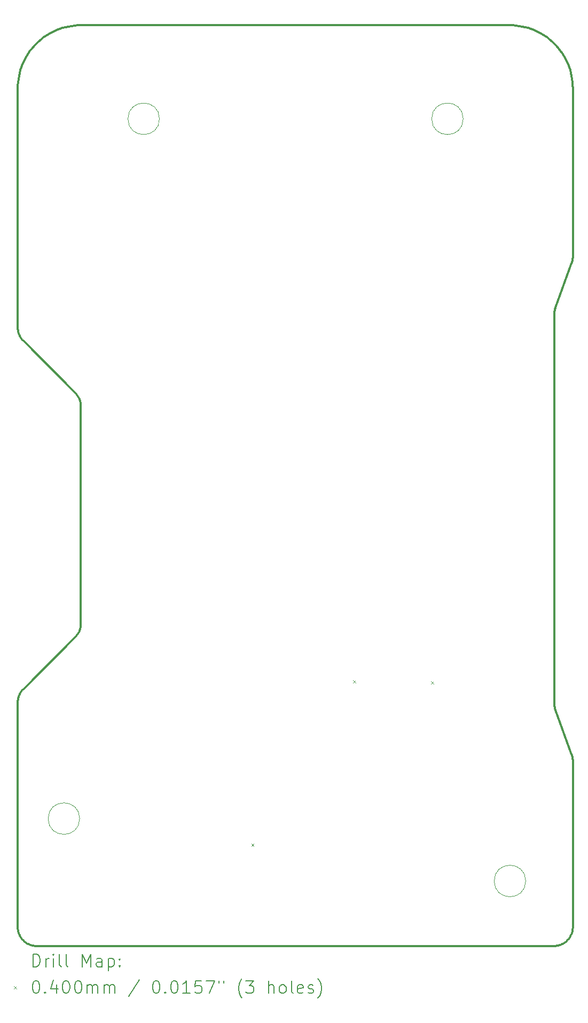
<source format=gbr>
%TF.GenerationSoftware,KiCad,Pcbnew,7.0.7*%
%TF.CreationDate,2023-09-26T10:41:10-05:00*%
%TF.ProjectId,DingoPCB,44696e67-6f50-4434-922e-6b696361645f,rev?*%
%TF.SameCoordinates,Original*%
%TF.FileFunction,Drillmap*%
%TF.FilePolarity,Positive*%
%FSLAX45Y45*%
G04 Gerber Fmt 4.5, Leading zero omitted, Abs format (unit mm)*
G04 Created by KiCad (PCBNEW 7.0.7) date 2023-09-26 10:41:10*
%MOMM*%
%LPD*%
G01*
G04 APERTURE LIST*
%ADD10C,0.349999*%
%ADD11C,0.100000*%
%ADD12C,0.200000*%
%ADD13C,0.040000*%
G04 APERTURE END LIST*
D10*
X2782342Y-7097769D02*
X2779112Y-7083444D01*
X10586931Y-2066901D02*
X10588160Y-2116488D01*
X10500291Y-15628621D02*
X10510550Y-15617841D01*
X1905967Y-1645597D02*
X1884042Y-1689205D01*
X10305364Y-5619599D02*
X10303740Y-5625935D01*
X2450987Y-1175045D02*
X2405477Y-1192609D01*
X2081054Y-1409381D02*
X2046859Y-1445314D01*
X10529292Y-15594970D02*
X10537756Y-15582929D01*
X9970842Y-1192608D02*
X10015442Y-1212370D01*
X10587016Y-4812550D02*
X10587516Y-4806025D01*
X10295266Y-1409381D02*
X10329460Y-1445314D01*
X1788529Y-15431364D02*
X1789628Y-15446139D01*
X10577944Y-4864001D02*
X10579568Y-4857664D01*
X10142959Y-1284500D02*
X10183098Y-1312712D01*
X2233360Y-1284500D02*
X2193221Y-1312712D01*
X1847027Y-11678086D02*
X1838564Y-11690128D01*
X10361695Y-1482730D02*
X10391935Y-1521549D01*
X2765324Y-7041764D02*
X2759395Y-7028384D01*
X2088160Y-15716488D02*
X10288160Y-15716488D01*
X1846717Y-1779314D02*
X1831385Y-1825653D01*
X10579112Y-15489613D02*
X10582342Y-15475288D01*
X1984384Y-1521549D02*
X1956172Y-1561687D01*
X10574282Y-12695460D02*
X10572244Y-12689232D01*
X10288160Y-15716488D02*
X10303036Y-15716120D01*
X10311064Y-5600802D02*
X10309026Y-5607030D01*
X2640491Y-1127447D02*
X2592159Y-1135880D01*
X1789628Y-11826917D02*
X1788529Y-11841692D01*
X1793054Y-2017650D02*
X1789389Y-2066901D01*
X10429426Y-15681146D02*
X10442186Y-15673930D01*
X1801128Y-11769318D02*
X1797208Y-11783443D01*
X10329460Y-1445314D02*
X10361695Y-1482730D01*
X10489511Y-15638879D02*
X10500291Y-15628621D01*
X10295147Y-11874808D02*
X10295218Y-11881367D01*
X1816925Y-11728383D02*
X1810996Y-11741763D01*
X1793978Y-15475288D02*
X1797208Y-15489613D01*
X1973355Y-15693652D02*
X1987008Y-15698921D01*
X1856099Y-15606616D02*
X1865770Y-15617841D01*
X2759396Y-10736224D02*
X2765324Y-10722844D01*
X10389311Y-15698921D02*
X10402964Y-15693652D01*
X2015035Y-15707441D02*
X2029360Y-15710671D01*
X10101582Y-1258349D02*
X10142959Y-1284500D01*
X1810996Y-15531293D02*
X1816924Y-15544673D01*
X10583602Y-12733556D02*
X10582397Y-12727131D01*
X2154403Y-1342953D02*
X2116986Y-1375187D01*
X10558001Y-1872738D02*
X10568767Y-1920487D01*
X1886808Y-15638879D02*
X1898033Y-15648549D01*
X2779113Y-10681164D02*
X2782343Y-10666839D01*
X1830719Y-11702541D02*
X1823502Y-11715301D01*
X10577944Y-12708029D02*
X10576182Y-12701726D01*
X10588160Y-12785650D02*
X10588088Y-12779092D01*
X10303036Y-15716120D02*
X10317811Y-15715020D01*
D11*
X4034600Y-2600000D02*
G75*
G03*
X4034600Y-2600000I-250000J0D01*
G01*
D10*
X10298640Y-11920457D02*
X10299705Y-11926906D01*
X1856100Y-11666441D02*
X1847027Y-11678086D01*
X1797208Y-15489613D02*
X1801128Y-15503739D01*
X2000909Y-15703521D02*
X2015035Y-15707441D01*
X10510550Y-15617841D02*
X10520220Y-15606616D01*
X10582397Y-4844898D02*
X10583602Y-4838473D01*
X1788160Y-5908040D02*
X1788529Y-5922916D01*
X10572244Y-12689232D02*
X10570069Y-12683046D01*
X2745602Y-10762066D02*
X2752818Y-10749306D01*
X1898033Y-15648549D02*
X1909678Y-15657621D01*
X1987008Y-15698921D02*
X2000909Y-15703521D01*
X10587791Y-15431364D02*
X10588160Y-15416488D01*
X1788529Y-11841692D02*
X1788160Y-11856568D01*
X10579568Y-4857664D02*
X10581052Y-4851296D01*
X10565323Y-15531293D02*
X10570593Y-15517640D01*
X10584667Y-12740005D02*
X10583602Y-12733556D01*
X10585591Y-12746477D02*
X10584667Y-12740005D01*
X1810996Y-6022844D02*
X1816925Y-6036223D01*
X10587873Y-12772543D02*
X10587516Y-12766004D01*
X1864281Y-1733804D02*
X1846717Y-1779314D01*
X10307126Y-11958738D02*
X10309026Y-11965004D01*
X1847027Y-15594970D02*
X1856099Y-15606616D01*
X10581052Y-4851296D02*
X10582397Y-4844898D01*
X2737756Y-6990129D02*
X2729292Y-6978087D01*
X1865770Y-6109391D02*
X1876028Y-6120171D01*
X1818319Y-1872737D02*
X1807553Y-1920487D01*
X10299706Y-5645125D02*
X10298642Y-5651574D01*
X2788160Y-7156568D02*
X2787791Y-7141692D01*
X10297717Y-5658046D02*
X10296934Y-5664538D01*
X10302255Y-11939729D02*
X10303740Y-11946098D01*
X2775193Y-10695289D02*
X2779113Y-10681164D01*
X1797208Y-11783443D02*
X1793978Y-11797768D01*
X1930021Y-1603064D02*
X1905967Y-1645597D01*
X10303740Y-11946098D02*
X10305363Y-11952435D01*
X1789389Y-2066901D02*
X1788160Y-2116488D01*
D11*
X8850000Y-2600000D02*
G75*
G03*
X8850000Y-2600000I-250000J0D01*
G01*
D10*
X10537756Y-15582929D02*
X10545601Y-15570515D01*
X10309026Y-5607030D02*
X10307126Y-5613296D01*
X9735829Y-1127447D02*
X9784161Y-1135880D01*
X10582397Y-12727131D02*
X10581052Y-12720734D01*
X1816924Y-15544673D02*
X1823502Y-15557755D01*
X1831385Y-1825653D02*
X1818319Y-1872737D01*
X2116986Y-1375187D02*
X2081054Y-1409381D01*
X10544934Y-1825653D02*
X10558001Y-1872738D01*
X2720220Y-6966442D02*
X2710550Y-6955217D01*
X1801128Y-15503739D02*
X1805727Y-15517640D01*
X10568767Y-1920487D02*
X10577201Y-1968818D01*
X10059049Y-1234294D02*
X10101582Y-1258349D01*
X1876028Y-15628621D02*
X1886808Y-15638879D01*
X10296293Y-5671047D02*
X10295793Y-5677572D01*
X2689323Y-1121381D02*
X2640491Y-1127447D01*
X10576182Y-12701726D02*
X10574282Y-12695460D01*
X10296290Y-11900982D02*
X10296932Y-11907492D01*
X2779112Y-7083444D02*
X2775192Y-7069319D01*
X10586374Y-12752969D02*
X10585591Y-12746477D01*
X9637747Y-1117717D02*
X9686997Y-1121381D01*
X2043859Y-15713201D02*
X2058509Y-15715020D01*
X2737757Y-10774480D02*
X2745602Y-10762066D01*
X1797208Y-5981164D02*
X1801128Y-5995289D01*
X10570067Y-4888985D02*
X10572243Y-4882798D01*
X2784873Y-10652339D02*
X2786692Y-10637690D01*
X1838564Y-11690128D02*
X1830719Y-11702541D01*
X2729293Y-10786521D02*
X2737757Y-10774480D01*
X2073284Y-15716120D02*
X2088160Y-15716488D01*
X1805727Y-15517640D02*
X1810996Y-15531293D01*
X10298642Y-5651574D02*
X10297717Y-5658046D01*
X10577201Y-1968818D02*
X10583266Y-2017650D01*
X1959975Y-15687724D02*
X1973355Y-15693652D01*
X10402964Y-15693652D02*
X10416344Y-15687724D01*
X1856100Y-6098166D02*
X1865770Y-6109391D01*
X2014625Y-1482730D02*
X1984384Y-1521549D01*
X1791448Y-5952340D02*
X1793978Y-5966839D01*
X1847027Y-6086520D02*
X1856100Y-6098166D01*
X2752818Y-7015302D02*
X2745601Y-7002542D01*
X9588160Y-1116488D02*
X9637747Y-1117717D01*
X9784161Y-1135880D02*
X9831910Y-1146647D01*
X2759395Y-7028384D02*
X2752818Y-7015302D01*
X10575192Y-15503739D02*
X10579112Y-15489613D01*
X1788160Y-11856568D02*
X1788160Y-15416488D01*
X2752818Y-10749306D02*
X2759396Y-10736224D01*
X10303740Y-5625935D02*
X10302256Y-5632303D01*
X10586692Y-15446139D02*
X10587791Y-15431364D01*
X1830718Y-15570515D02*
X1838564Y-15582929D01*
X10297715Y-11913985D02*
X10298640Y-11920457D01*
X10311065Y-11971232D02*
X10313241Y-11977420D01*
X10584667Y-4832024D02*
X10585591Y-4825552D01*
X1876028Y-11644436D02*
X1865770Y-11655216D01*
X1793978Y-11797768D02*
X1791448Y-11812267D01*
X2193221Y-1312712D02*
X2154403Y-1342953D01*
X2058509Y-15715020D02*
X2073284Y-15716120D01*
X2497325Y-1159713D02*
X2450987Y-1175045D01*
X2405477Y-1192609D02*
X2360877Y-1212370D01*
X1934133Y-15673930D02*
X1946893Y-15681146D01*
X10587516Y-4806025D02*
X10587873Y-4799486D01*
X10295150Y-5697218D02*
X10295147Y-11874809D01*
X1823502Y-11715301D02*
X1816925Y-11728383D01*
X1876028Y-6120171D02*
X2700292Y-6944436D01*
X1788529Y-5922916D02*
X1789628Y-5937691D01*
X10559395Y-15544673D02*
X10565323Y-15531293D01*
X10588088Y-4792936D02*
X10588160Y-4786378D01*
X10221917Y-1342952D02*
X10259333Y-1375187D01*
X2770593Y-7055417D02*
X2765324Y-7041764D01*
X9831910Y-1146647D02*
X9878994Y-1159713D01*
X10520220Y-15606616D02*
X10529292Y-15594970D01*
X2788160Y-1116488D02*
X2738573Y-1117717D01*
X1789628Y-15446139D02*
X1791448Y-15460789D01*
X2775192Y-7069319D02*
X2770593Y-7055417D01*
X10572243Y-4882798D02*
X10574281Y-4876570D01*
X10295793Y-5677572D02*
X10295436Y-5684111D01*
X10295436Y-5684111D02*
X10295221Y-5690660D01*
X10295433Y-11887917D02*
X10295791Y-11894456D01*
X2765324Y-10722844D02*
X2770593Y-10709191D01*
X2787792Y-10622914D02*
X2788160Y-10608038D01*
X10512039Y-1733805D02*
X10529602Y-1779315D01*
X10584872Y-15460789D02*
X10586692Y-15446139D01*
D11*
X9841040Y-14686280D02*
G75*
G03*
X9841040Y-14686280I-250000J0D01*
G01*
D10*
X10552818Y-15557755D02*
X10559395Y-15544673D01*
X10259333Y-1375187D02*
X10295266Y-1409381D01*
X10313239Y-5594615D02*
X10311064Y-5600802D01*
X1876028Y-11644436D02*
X2700292Y-10820172D01*
X10446298Y-1603064D02*
X10470353Y-1645598D01*
X1865770Y-11655216D02*
X1856100Y-11666441D01*
X9686997Y-1121381D02*
X9735829Y-1127447D01*
X2788160Y-10608040D02*
X2788160Y-7156568D01*
X10587516Y-12766004D02*
X10587016Y-12759479D01*
X1865770Y-15617841D02*
X1876028Y-15628621D01*
X10300910Y-11933331D02*
X10302255Y-11939729D01*
X2770593Y-10709191D02*
X2775193Y-10695289D01*
X10529602Y-1779315D02*
X10544934Y-1825653D01*
X1810996Y-11741763D02*
X1805727Y-11755416D01*
X10420147Y-1561688D02*
X10446298Y-1603064D01*
X1838564Y-15582929D02*
X1847027Y-15594970D01*
X1788160Y-15416488D02*
X1788529Y-15431364D01*
X2784872Y-7112268D02*
X2782342Y-7097769D01*
X10296932Y-11907492D02*
X10297715Y-11913985D01*
X10583602Y-4838473D02*
X10584667Y-4832024D01*
X2782343Y-10666839D02*
X2784873Y-10652339D01*
X10416344Y-15687724D02*
X10429426Y-15681146D01*
X1791448Y-15460789D02*
X1793978Y-15475288D01*
X1823502Y-15557755D02*
X1830718Y-15570515D01*
X2786692Y-7126917D02*
X2784872Y-7112268D01*
X2592159Y-1135880D02*
X2544410Y-1146647D01*
X2710550Y-10809392D02*
X2720221Y-10798167D01*
X10478286Y-15648549D02*
X10489511Y-15638879D01*
X2029360Y-15710671D02*
X2043859Y-15713201D01*
X1805727Y-6009191D02*
X1810996Y-6022844D01*
X10583266Y-2017650D02*
X10586931Y-2066901D01*
X1801128Y-5995289D02*
X1805727Y-6009191D01*
X1816925Y-6036223D02*
X1823502Y-6049306D01*
X1884042Y-1689205D02*
X1864281Y-1733804D01*
X1909678Y-15657621D02*
X1921720Y-15666085D01*
X1823502Y-6049306D02*
X1830718Y-6062066D01*
X10346960Y-15710671D02*
X10361284Y-15707441D01*
X1956172Y-1561687D02*
X1930021Y-1603064D01*
X10307126Y-5613296D02*
X10305364Y-5619599D01*
X2745601Y-7002542D02*
X2737756Y-6990129D01*
X10302256Y-5632303D02*
X10300911Y-5638701D01*
X2317270Y-1234295D02*
X2274737Y-1258349D01*
X2700292Y-10820172D02*
X2710550Y-10809392D01*
X10313239Y-5594615D02*
X10570067Y-4888985D01*
X10588160Y-15416488D02*
X10588160Y-12785650D01*
X10587873Y-4799486D02*
X10588088Y-4792936D01*
X10305363Y-11952435D02*
X10307126Y-11958738D01*
X10582342Y-15475288D02*
X10584872Y-15460789D01*
X2710550Y-6955217D02*
X2700291Y-6944437D01*
X1799119Y-1968818D02*
X1793054Y-2017650D01*
X10375410Y-15703521D02*
X10389311Y-15698921D01*
X1921720Y-15666085D02*
X1934133Y-15673930D01*
X2720221Y-10798167D02*
X2729293Y-10786521D01*
X10295218Y-11881367D02*
X10295433Y-11887917D01*
X10574281Y-4876570D02*
X10576182Y-4870304D01*
X2274737Y-1258349D02*
X2233360Y-1284500D01*
X1838564Y-6074479D02*
X1847027Y-6086520D01*
X10466641Y-15657621D02*
X10478286Y-15648549D01*
X10470353Y-1645598D02*
X10492278Y-1689205D01*
X2786692Y-10637690D02*
X2787792Y-10622914D01*
X10015442Y-1212370D02*
X10059049Y-1234294D01*
X10570593Y-15517640D02*
X10575192Y-15503739D01*
X10585591Y-4825552D02*
X10586374Y-4819060D01*
X10295791Y-11894456D02*
X10296290Y-11900982D01*
X10299705Y-11926906D02*
X10300910Y-11933331D01*
X2787791Y-7141692D02*
X2786692Y-7126917D01*
X1789628Y-5937691D02*
X1791448Y-5952340D01*
X2544410Y-1146647D02*
X2497325Y-1159713D01*
X2360877Y-1212370D02*
X2317270Y-1234295D01*
X10576182Y-4870304D02*
X10577944Y-4864001D01*
D11*
X2769680Y-13696760D02*
G75*
G03*
X2769680Y-13696760I-250000J0D01*
G01*
D10*
X10588088Y-12779092D02*
X10587873Y-12772543D01*
X10317811Y-15715020D02*
X10332460Y-15713201D01*
X1788160Y-2116488D02*
X1788160Y-5908040D01*
X1807553Y-1920487D02*
X1799119Y-1968818D01*
X1946893Y-15681146D02*
X1959975Y-15687724D01*
X1793978Y-5966839D02*
X1797208Y-5981164D01*
X9925333Y-1175045D02*
X9970842Y-1192608D01*
X2738573Y-1117717D02*
X2689323Y-1121381D01*
X10442186Y-15673930D02*
X10454599Y-15666085D01*
X10309026Y-11965004D02*
X10311065Y-11971232D01*
X9878994Y-1159713D02*
X9925333Y-1175045D01*
X10588160Y-2116488D02*
X10588160Y-4786379D01*
X10492278Y-1689205D02*
X10512039Y-1733805D01*
X2729292Y-6978087D02*
X2720220Y-6966442D01*
X10361284Y-15707441D02*
X10375410Y-15703521D01*
X1791448Y-11812267D02*
X1789628Y-11826917D01*
X1805727Y-11755416D02*
X1801128Y-11769318D01*
X1830718Y-6062066D02*
X1838564Y-6074479D01*
X10586374Y-4819060D02*
X10587016Y-4812550D01*
X10581052Y-12720734D02*
X10579568Y-12714366D01*
X10391935Y-1521549D02*
X10420147Y-1561688D01*
X10313241Y-11977420D02*
X10570067Y-12683044D01*
X10587016Y-12759479D02*
X10586374Y-12752969D01*
X2046859Y-1445314D02*
X2014625Y-1482730D01*
X10332460Y-15713201D02*
X10346960Y-15710671D01*
X10545601Y-15570515D02*
X10552818Y-15557755D01*
X10454599Y-15666085D02*
X10466641Y-15657621D01*
X10183098Y-1312712D02*
X10221917Y-1342952D01*
X2788160Y-1116488D02*
X9588160Y-1116488D01*
X10579568Y-12714366D02*
X10577944Y-12708029D01*
X10296934Y-5664538D02*
X10296293Y-5671047D01*
X10300911Y-5638701D02*
X10299706Y-5645125D01*
X10295221Y-5690660D02*
X10295150Y-5697218D01*
D12*
D13*
X5491800Y-14097320D02*
X5531800Y-14137320D01*
X5531800Y-14097320D02*
X5491800Y-14137320D01*
X7102160Y-11506520D02*
X7142160Y-11546520D01*
X7142160Y-11506520D02*
X7102160Y-11546520D01*
X8341680Y-11517950D02*
X8381680Y-11557950D01*
X8381680Y-11517950D02*
X8341680Y-11557950D01*
D12*
X2031437Y-16045472D02*
X2031437Y-15845472D01*
X2031437Y-15845472D02*
X2079056Y-15845472D01*
X2079056Y-15845472D02*
X2107627Y-15854996D01*
X2107627Y-15854996D02*
X2126675Y-15874043D01*
X2126675Y-15874043D02*
X2136199Y-15893091D01*
X2136199Y-15893091D02*
X2145723Y-15931186D01*
X2145723Y-15931186D02*
X2145723Y-15959758D01*
X2145723Y-15959758D02*
X2136199Y-15997853D01*
X2136199Y-15997853D02*
X2126675Y-16016901D01*
X2126675Y-16016901D02*
X2107627Y-16035948D01*
X2107627Y-16035948D02*
X2079056Y-16045472D01*
X2079056Y-16045472D02*
X2031437Y-16045472D01*
X2231437Y-16045472D02*
X2231437Y-15912139D01*
X2231437Y-15950234D02*
X2240961Y-15931186D01*
X2240961Y-15931186D02*
X2250485Y-15921662D01*
X2250485Y-15921662D02*
X2269532Y-15912139D01*
X2269532Y-15912139D02*
X2288580Y-15912139D01*
X2355246Y-16045472D02*
X2355246Y-15912139D01*
X2355246Y-15845472D02*
X2345723Y-15854996D01*
X2345723Y-15854996D02*
X2355246Y-15864520D01*
X2355246Y-15864520D02*
X2364770Y-15854996D01*
X2364770Y-15854996D02*
X2355246Y-15845472D01*
X2355246Y-15845472D02*
X2355246Y-15864520D01*
X2479056Y-16045472D02*
X2460008Y-16035948D01*
X2460008Y-16035948D02*
X2450485Y-16016901D01*
X2450485Y-16016901D02*
X2450485Y-15845472D01*
X2583818Y-16045472D02*
X2564770Y-16035948D01*
X2564770Y-16035948D02*
X2555246Y-16016901D01*
X2555246Y-16016901D02*
X2555246Y-15845472D01*
X2812389Y-16045472D02*
X2812389Y-15845472D01*
X2812389Y-15845472D02*
X2879056Y-15988329D01*
X2879056Y-15988329D02*
X2945723Y-15845472D01*
X2945723Y-15845472D02*
X2945723Y-16045472D01*
X3126675Y-16045472D02*
X3126675Y-15940710D01*
X3126675Y-15940710D02*
X3117151Y-15921662D01*
X3117151Y-15921662D02*
X3098104Y-15912139D01*
X3098104Y-15912139D02*
X3060008Y-15912139D01*
X3060008Y-15912139D02*
X3040961Y-15921662D01*
X3126675Y-16035948D02*
X3107627Y-16045472D01*
X3107627Y-16045472D02*
X3060008Y-16045472D01*
X3060008Y-16045472D02*
X3040961Y-16035948D01*
X3040961Y-16035948D02*
X3031437Y-16016901D01*
X3031437Y-16016901D02*
X3031437Y-15997853D01*
X3031437Y-15997853D02*
X3040961Y-15978805D01*
X3040961Y-15978805D02*
X3060008Y-15969282D01*
X3060008Y-15969282D02*
X3107627Y-15969282D01*
X3107627Y-15969282D02*
X3126675Y-15959758D01*
X3221913Y-15912139D02*
X3221913Y-16112139D01*
X3221913Y-15921662D02*
X3240961Y-15912139D01*
X3240961Y-15912139D02*
X3279056Y-15912139D01*
X3279056Y-15912139D02*
X3298104Y-15921662D01*
X3298104Y-15921662D02*
X3307627Y-15931186D01*
X3307627Y-15931186D02*
X3317151Y-15950234D01*
X3317151Y-15950234D02*
X3317151Y-16007377D01*
X3317151Y-16007377D02*
X3307627Y-16026424D01*
X3307627Y-16026424D02*
X3298104Y-16035948D01*
X3298104Y-16035948D02*
X3279056Y-16045472D01*
X3279056Y-16045472D02*
X3240961Y-16045472D01*
X3240961Y-16045472D02*
X3221913Y-16035948D01*
X3402865Y-16026424D02*
X3412389Y-16035948D01*
X3412389Y-16035948D02*
X3402865Y-16045472D01*
X3402865Y-16045472D02*
X3393342Y-16035948D01*
X3393342Y-16035948D02*
X3402865Y-16026424D01*
X3402865Y-16026424D02*
X3402865Y-16045472D01*
X3402865Y-15921662D02*
X3412389Y-15931186D01*
X3412389Y-15931186D02*
X3402865Y-15940710D01*
X3402865Y-15940710D02*
X3393342Y-15931186D01*
X3393342Y-15931186D02*
X3402865Y-15921662D01*
X3402865Y-15921662D02*
X3402865Y-15940710D01*
D13*
X1730660Y-16353988D02*
X1770660Y-16393988D01*
X1770660Y-16353988D02*
X1730660Y-16393988D01*
D12*
X2069532Y-16265472D02*
X2088580Y-16265472D01*
X2088580Y-16265472D02*
X2107627Y-16274996D01*
X2107627Y-16274996D02*
X2117151Y-16284520D01*
X2117151Y-16284520D02*
X2126675Y-16303567D01*
X2126675Y-16303567D02*
X2136199Y-16341662D01*
X2136199Y-16341662D02*
X2136199Y-16389282D01*
X2136199Y-16389282D02*
X2126675Y-16427377D01*
X2126675Y-16427377D02*
X2117151Y-16446424D01*
X2117151Y-16446424D02*
X2107627Y-16455948D01*
X2107627Y-16455948D02*
X2088580Y-16465472D01*
X2088580Y-16465472D02*
X2069532Y-16465472D01*
X2069532Y-16465472D02*
X2050484Y-16455948D01*
X2050484Y-16455948D02*
X2040961Y-16446424D01*
X2040961Y-16446424D02*
X2031437Y-16427377D01*
X2031437Y-16427377D02*
X2021913Y-16389282D01*
X2021913Y-16389282D02*
X2021913Y-16341662D01*
X2021913Y-16341662D02*
X2031437Y-16303567D01*
X2031437Y-16303567D02*
X2040961Y-16284520D01*
X2040961Y-16284520D02*
X2050484Y-16274996D01*
X2050484Y-16274996D02*
X2069532Y-16265472D01*
X2221913Y-16446424D02*
X2231437Y-16455948D01*
X2231437Y-16455948D02*
X2221913Y-16465472D01*
X2221913Y-16465472D02*
X2212389Y-16455948D01*
X2212389Y-16455948D02*
X2221913Y-16446424D01*
X2221913Y-16446424D02*
X2221913Y-16465472D01*
X2402866Y-16332139D02*
X2402866Y-16465472D01*
X2355246Y-16255948D02*
X2307627Y-16398805D01*
X2307627Y-16398805D02*
X2431437Y-16398805D01*
X2545723Y-16265472D02*
X2564770Y-16265472D01*
X2564770Y-16265472D02*
X2583818Y-16274996D01*
X2583818Y-16274996D02*
X2593342Y-16284520D01*
X2593342Y-16284520D02*
X2602866Y-16303567D01*
X2602866Y-16303567D02*
X2612389Y-16341662D01*
X2612389Y-16341662D02*
X2612389Y-16389282D01*
X2612389Y-16389282D02*
X2602866Y-16427377D01*
X2602866Y-16427377D02*
X2593342Y-16446424D01*
X2593342Y-16446424D02*
X2583818Y-16455948D01*
X2583818Y-16455948D02*
X2564770Y-16465472D01*
X2564770Y-16465472D02*
X2545723Y-16465472D01*
X2545723Y-16465472D02*
X2526675Y-16455948D01*
X2526675Y-16455948D02*
X2517151Y-16446424D01*
X2517151Y-16446424D02*
X2507627Y-16427377D01*
X2507627Y-16427377D02*
X2498104Y-16389282D01*
X2498104Y-16389282D02*
X2498104Y-16341662D01*
X2498104Y-16341662D02*
X2507627Y-16303567D01*
X2507627Y-16303567D02*
X2517151Y-16284520D01*
X2517151Y-16284520D02*
X2526675Y-16274996D01*
X2526675Y-16274996D02*
X2545723Y-16265472D01*
X2736199Y-16265472D02*
X2755247Y-16265472D01*
X2755247Y-16265472D02*
X2774294Y-16274996D01*
X2774294Y-16274996D02*
X2783818Y-16284520D01*
X2783818Y-16284520D02*
X2793342Y-16303567D01*
X2793342Y-16303567D02*
X2802865Y-16341662D01*
X2802865Y-16341662D02*
X2802865Y-16389282D01*
X2802865Y-16389282D02*
X2793342Y-16427377D01*
X2793342Y-16427377D02*
X2783818Y-16446424D01*
X2783818Y-16446424D02*
X2774294Y-16455948D01*
X2774294Y-16455948D02*
X2755247Y-16465472D01*
X2755247Y-16465472D02*
X2736199Y-16465472D01*
X2736199Y-16465472D02*
X2717151Y-16455948D01*
X2717151Y-16455948D02*
X2707627Y-16446424D01*
X2707627Y-16446424D02*
X2698104Y-16427377D01*
X2698104Y-16427377D02*
X2688580Y-16389282D01*
X2688580Y-16389282D02*
X2688580Y-16341662D01*
X2688580Y-16341662D02*
X2698104Y-16303567D01*
X2698104Y-16303567D02*
X2707627Y-16284520D01*
X2707627Y-16284520D02*
X2717151Y-16274996D01*
X2717151Y-16274996D02*
X2736199Y-16265472D01*
X2888580Y-16465472D02*
X2888580Y-16332139D01*
X2888580Y-16351186D02*
X2898104Y-16341662D01*
X2898104Y-16341662D02*
X2917151Y-16332139D01*
X2917151Y-16332139D02*
X2945723Y-16332139D01*
X2945723Y-16332139D02*
X2964770Y-16341662D01*
X2964770Y-16341662D02*
X2974294Y-16360710D01*
X2974294Y-16360710D02*
X2974294Y-16465472D01*
X2974294Y-16360710D02*
X2983818Y-16341662D01*
X2983818Y-16341662D02*
X3002865Y-16332139D01*
X3002865Y-16332139D02*
X3031437Y-16332139D01*
X3031437Y-16332139D02*
X3050485Y-16341662D01*
X3050485Y-16341662D02*
X3060008Y-16360710D01*
X3060008Y-16360710D02*
X3060008Y-16465472D01*
X3155246Y-16465472D02*
X3155246Y-16332139D01*
X3155246Y-16351186D02*
X3164770Y-16341662D01*
X3164770Y-16341662D02*
X3183818Y-16332139D01*
X3183818Y-16332139D02*
X3212389Y-16332139D01*
X3212389Y-16332139D02*
X3231437Y-16341662D01*
X3231437Y-16341662D02*
X3240961Y-16360710D01*
X3240961Y-16360710D02*
X3240961Y-16465472D01*
X3240961Y-16360710D02*
X3250485Y-16341662D01*
X3250485Y-16341662D02*
X3269532Y-16332139D01*
X3269532Y-16332139D02*
X3298104Y-16332139D01*
X3298104Y-16332139D02*
X3317151Y-16341662D01*
X3317151Y-16341662D02*
X3326675Y-16360710D01*
X3326675Y-16360710D02*
X3326675Y-16465472D01*
X3717151Y-16255948D02*
X3545723Y-16513091D01*
X3974294Y-16265472D02*
X3993342Y-16265472D01*
X3993342Y-16265472D02*
X4012389Y-16274996D01*
X4012389Y-16274996D02*
X4021913Y-16284520D01*
X4021913Y-16284520D02*
X4031437Y-16303567D01*
X4031437Y-16303567D02*
X4040961Y-16341662D01*
X4040961Y-16341662D02*
X4040961Y-16389282D01*
X4040961Y-16389282D02*
X4031437Y-16427377D01*
X4031437Y-16427377D02*
X4021913Y-16446424D01*
X4021913Y-16446424D02*
X4012389Y-16455948D01*
X4012389Y-16455948D02*
X3993342Y-16465472D01*
X3993342Y-16465472D02*
X3974294Y-16465472D01*
X3974294Y-16465472D02*
X3955247Y-16455948D01*
X3955247Y-16455948D02*
X3945723Y-16446424D01*
X3945723Y-16446424D02*
X3936199Y-16427377D01*
X3936199Y-16427377D02*
X3926675Y-16389282D01*
X3926675Y-16389282D02*
X3926675Y-16341662D01*
X3926675Y-16341662D02*
X3936199Y-16303567D01*
X3936199Y-16303567D02*
X3945723Y-16284520D01*
X3945723Y-16284520D02*
X3955247Y-16274996D01*
X3955247Y-16274996D02*
X3974294Y-16265472D01*
X4126675Y-16446424D02*
X4136199Y-16455948D01*
X4136199Y-16455948D02*
X4126675Y-16465472D01*
X4126675Y-16465472D02*
X4117151Y-16455948D01*
X4117151Y-16455948D02*
X4126675Y-16446424D01*
X4126675Y-16446424D02*
X4126675Y-16465472D01*
X4260009Y-16265472D02*
X4279056Y-16265472D01*
X4279056Y-16265472D02*
X4298104Y-16274996D01*
X4298104Y-16274996D02*
X4307628Y-16284520D01*
X4307628Y-16284520D02*
X4317151Y-16303567D01*
X4317151Y-16303567D02*
X4326675Y-16341662D01*
X4326675Y-16341662D02*
X4326675Y-16389282D01*
X4326675Y-16389282D02*
X4317151Y-16427377D01*
X4317151Y-16427377D02*
X4307628Y-16446424D01*
X4307628Y-16446424D02*
X4298104Y-16455948D01*
X4298104Y-16455948D02*
X4279056Y-16465472D01*
X4279056Y-16465472D02*
X4260009Y-16465472D01*
X4260009Y-16465472D02*
X4240961Y-16455948D01*
X4240961Y-16455948D02*
X4231437Y-16446424D01*
X4231437Y-16446424D02*
X4221913Y-16427377D01*
X4221913Y-16427377D02*
X4212390Y-16389282D01*
X4212390Y-16389282D02*
X4212390Y-16341662D01*
X4212390Y-16341662D02*
X4221913Y-16303567D01*
X4221913Y-16303567D02*
X4231437Y-16284520D01*
X4231437Y-16284520D02*
X4240961Y-16274996D01*
X4240961Y-16274996D02*
X4260009Y-16265472D01*
X4517151Y-16465472D02*
X4402866Y-16465472D01*
X4460009Y-16465472D02*
X4460009Y-16265472D01*
X4460009Y-16265472D02*
X4440961Y-16294043D01*
X4440961Y-16294043D02*
X4421913Y-16313091D01*
X4421913Y-16313091D02*
X4402866Y-16322615D01*
X4698104Y-16265472D02*
X4602866Y-16265472D01*
X4602866Y-16265472D02*
X4593342Y-16360710D01*
X4593342Y-16360710D02*
X4602866Y-16351186D01*
X4602866Y-16351186D02*
X4621913Y-16341662D01*
X4621913Y-16341662D02*
X4669532Y-16341662D01*
X4669532Y-16341662D02*
X4688580Y-16351186D01*
X4688580Y-16351186D02*
X4698104Y-16360710D01*
X4698104Y-16360710D02*
X4707628Y-16379758D01*
X4707628Y-16379758D02*
X4707628Y-16427377D01*
X4707628Y-16427377D02*
X4698104Y-16446424D01*
X4698104Y-16446424D02*
X4688580Y-16455948D01*
X4688580Y-16455948D02*
X4669532Y-16465472D01*
X4669532Y-16465472D02*
X4621913Y-16465472D01*
X4621913Y-16465472D02*
X4602866Y-16455948D01*
X4602866Y-16455948D02*
X4593342Y-16446424D01*
X4774294Y-16265472D02*
X4907628Y-16265472D01*
X4907628Y-16265472D02*
X4821913Y-16465472D01*
X4974294Y-16265472D02*
X4974294Y-16303567D01*
X5050485Y-16265472D02*
X5050485Y-16303567D01*
X5345723Y-16541662D02*
X5336199Y-16532139D01*
X5336199Y-16532139D02*
X5317152Y-16503567D01*
X5317152Y-16503567D02*
X5307628Y-16484520D01*
X5307628Y-16484520D02*
X5298104Y-16455948D01*
X5298104Y-16455948D02*
X5288580Y-16408329D01*
X5288580Y-16408329D02*
X5288580Y-16370234D01*
X5288580Y-16370234D02*
X5298104Y-16322615D01*
X5298104Y-16322615D02*
X5307628Y-16294043D01*
X5307628Y-16294043D02*
X5317152Y-16274996D01*
X5317152Y-16274996D02*
X5336199Y-16246424D01*
X5336199Y-16246424D02*
X5345723Y-16236901D01*
X5402866Y-16265472D02*
X5526675Y-16265472D01*
X5526675Y-16265472D02*
X5460009Y-16341662D01*
X5460009Y-16341662D02*
X5488580Y-16341662D01*
X5488580Y-16341662D02*
X5507628Y-16351186D01*
X5507628Y-16351186D02*
X5517152Y-16360710D01*
X5517152Y-16360710D02*
X5526675Y-16379758D01*
X5526675Y-16379758D02*
X5526675Y-16427377D01*
X5526675Y-16427377D02*
X5517152Y-16446424D01*
X5517152Y-16446424D02*
X5507628Y-16455948D01*
X5507628Y-16455948D02*
X5488580Y-16465472D01*
X5488580Y-16465472D02*
X5431437Y-16465472D01*
X5431437Y-16465472D02*
X5412390Y-16455948D01*
X5412390Y-16455948D02*
X5402866Y-16446424D01*
X5764771Y-16465472D02*
X5764771Y-16265472D01*
X5850485Y-16465472D02*
X5850485Y-16360710D01*
X5850485Y-16360710D02*
X5840961Y-16341662D01*
X5840961Y-16341662D02*
X5821913Y-16332139D01*
X5821913Y-16332139D02*
X5793342Y-16332139D01*
X5793342Y-16332139D02*
X5774294Y-16341662D01*
X5774294Y-16341662D02*
X5764771Y-16351186D01*
X5974294Y-16465472D02*
X5955247Y-16455948D01*
X5955247Y-16455948D02*
X5945723Y-16446424D01*
X5945723Y-16446424D02*
X5936199Y-16427377D01*
X5936199Y-16427377D02*
X5936199Y-16370234D01*
X5936199Y-16370234D02*
X5945723Y-16351186D01*
X5945723Y-16351186D02*
X5955247Y-16341662D01*
X5955247Y-16341662D02*
X5974294Y-16332139D01*
X5974294Y-16332139D02*
X6002866Y-16332139D01*
X6002866Y-16332139D02*
X6021913Y-16341662D01*
X6021913Y-16341662D02*
X6031437Y-16351186D01*
X6031437Y-16351186D02*
X6040961Y-16370234D01*
X6040961Y-16370234D02*
X6040961Y-16427377D01*
X6040961Y-16427377D02*
X6031437Y-16446424D01*
X6031437Y-16446424D02*
X6021913Y-16455948D01*
X6021913Y-16455948D02*
X6002866Y-16465472D01*
X6002866Y-16465472D02*
X5974294Y-16465472D01*
X6155247Y-16465472D02*
X6136199Y-16455948D01*
X6136199Y-16455948D02*
X6126675Y-16436901D01*
X6126675Y-16436901D02*
X6126675Y-16265472D01*
X6307628Y-16455948D02*
X6288580Y-16465472D01*
X6288580Y-16465472D02*
X6250485Y-16465472D01*
X6250485Y-16465472D02*
X6231437Y-16455948D01*
X6231437Y-16455948D02*
X6221913Y-16436901D01*
X6221913Y-16436901D02*
X6221913Y-16360710D01*
X6221913Y-16360710D02*
X6231437Y-16341662D01*
X6231437Y-16341662D02*
X6250485Y-16332139D01*
X6250485Y-16332139D02*
X6288580Y-16332139D01*
X6288580Y-16332139D02*
X6307628Y-16341662D01*
X6307628Y-16341662D02*
X6317152Y-16360710D01*
X6317152Y-16360710D02*
X6317152Y-16379758D01*
X6317152Y-16379758D02*
X6221913Y-16398805D01*
X6393342Y-16455948D02*
X6412390Y-16465472D01*
X6412390Y-16465472D02*
X6450485Y-16465472D01*
X6450485Y-16465472D02*
X6469533Y-16455948D01*
X6469533Y-16455948D02*
X6479056Y-16436901D01*
X6479056Y-16436901D02*
X6479056Y-16427377D01*
X6479056Y-16427377D02*
X6469533Y-16408329D01*
X6469533Y-16408329D02*
X6450485Y-16398805D01*
X6450485Y-16398805D02*
X6421913Y-16398805D01*
X6421913Y-16398805D02*
X6402866Y-16389282D01*
X6402866Y-16389282D02*
X6393342Y-16370234D01*
X6393342Y-16370234D02*
X6393342Y-16360710D01*
X6393342Y-16360710D02*
X6402866Y-16341662D01*
X6402866Y-16341662D02*
X6421913Y-16332139D01*
X6421913Y-16332139D02*
X6450485Y-16332139D01*
X6450485Y-16332139D02*
X6469533Y-16341662D01*
X6545723Y-16541662D02*
X6555247Y-16532139D01*
X6555247Y-16532139D02*
X6574294Y-16503567D01*
X6574294Y-16503567D02*
X6583818Y-16484520D01*
X6583818Y-16484520D02*
X6593342Y-16455948D01*
X6593342Y-16455948D02*
X6602866Y-16408329D01*
X6602866Y-16408329D02*
X6602866Y-16370234D01*
X6602866Y-16370234D02*
X6593342Y-16322615D01*
X6593342Y-16322615D02*
X6583818Y-16294043D01*
X6583818Y-16294043D02*
X6574294Y-16274996D01*
X6574294Y-16274996D02*
X6555247Y-16246424D01*
X6555247Y-16246424D02*
X6545723Y-16236901D01*
M02*

</source>
